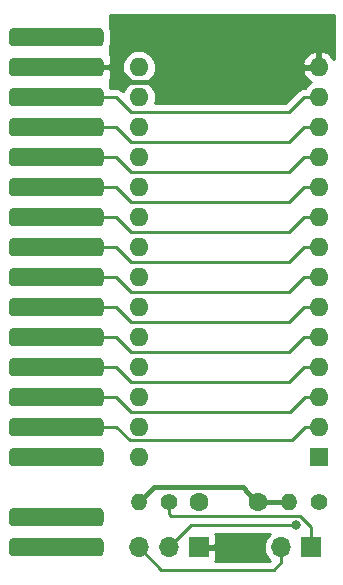
<source format=gbl>
G04 #@! TF.GenerationSoftware,KiCad,Pcbnew,(5.1.2-1)-1*
G04 #@! TF.CreationDate,2022-05-30T01:02:16+02:00*
G04 #@! TF.ProjectId,cart28p,63617274-3238-4702-9e6b-696361645f70,rev?*
G04 #@! TF.SameCoordinates,Original*
G04 #@! TF.FileFunction,Copper,L2,Bot*
G04 #@! TF.FilePolarity,Positive*
%FSLAX46Y46*%
G04 Gerber Fmt 4.6, Leading zero omitted, Abs format (unit mm)*
G04 Created by KiCad (PCBNEW (5.1.2-1)-1) date 2022-05-30 01:02:16*
%MOMM*%
%LPD*%
G04 APERTURE LIST*
%ADD10C,0.150000*%
%ADD11C,1.524000*%
%ADD12R,1.600000X1.600000*%
%ADD13O,1.600000X1.600000*%
%ADD14C,1.600000*%
%ADD15O,1.400000X1.400000*%
%ADD16C,1.400000*%
%ADD17O,1.700000X1.700000*%
%ADD18R,1.700000X1.700000*%
%ADD19C,0.800000*%
%ADD20C,0.400000*%
%ADD21C,0.250000*%
%ADD22C,0.254000*%
G04 APERTURE END LIST*
D10*
G36*
X63346345Y-29719835D02*
G01*
X63383329Y-29725321D01*
X63419598Y-29734406D01*
X63454802Y-29747002D01*
X63488602Y-29762988D01*
X63520672Y-29782210D01*
X63550704Y-29804483D01*
X63578408Y-29829592D01*
X63603517Y-29857296D01*
X63625790Y-29887328D01*
X63645012Y-29919398D01*
X63660998Y-29953198D01*
X63673594Y-29988402D01*
X63682679Y-30024671D01*
X63688165Y-30061655D01*
X63690000Y-30099000D01*
X63690000Y-30861000D01*
X63688165Y-30898345D01*
X63682679Y-30935329D01*
X63673594Y-30971598D01*
X63660998Y-31006802D01*
X63645012Y-31040602D01*
X63625790Y-31072672D01*
X63603517Y-31102704D01*
X63578408Y-31130408D01*
X63550704Y-31155517D01*
X63520672Y-31177790D01*
X63488602Y-31197012D01*
X63454802Y-31212998D01*
X63419598Y-31225594D01*
X63383329Y-31234679D01*
X63346345Y-31240165D01*
X63309000Y-31242000D01*
X56071000Y-31242000D01*
X56033655Y-31240165D01*
X55996671Y-31234679D01*
X55960402Y-31225594D01*
X55925198Y-31212998D01*
X55891398Y-31197012D01*
X55859328Y-31177790D01*
X55829296Y-31155517D01*
X55801592Y-31130408D01*
X55776483Y-31102704D01*
X55754210Y-31072672D01*
X55734988Y-31040602D01*
X55719002Y-31006802D01*
X55706406Y-30971598D01*
X55697321Y-30935329D01*
X55691835Y-30898345D01*
X55690000Y-30861000D01*
X55690000Y-30099000D01*
X55691835Y-30061655D01*
X55697321Y-30024671D01*
X55706406Y-29988402D01*
X55719002Y-29953198D01*
X55734988Y-29919398D01*
X55754210Y-29887328D01*
X55776483Y-29857296D01*
X55801592Y-29829592D01*
X55829296Y-29804483D01*
X55859328Y-29782210D01*
X55891398Y-29762988D01*
X55925198Y-29747002D01*
X55960402Y-29734406D01*
X55996671Y-29725321D01*
X56033655Y-29719835D01*
X56071000Y-29718000D01*
X63309000Y-29718000D01*
X63346345Y-29719835D01*
X63346345Y-29719835D01*
G37*
D11*
X59690000Y-30480000D03*
D10*
G36*
X63346345Y-32259835D02*
G01*
X63383329Y-32265321D01*
X63419598Y-32274406D01*
X63454802Y-32287002D01*
X63488602Y-32302988D01*
X63520672Y-32322210D01*
X63550704Y-32344483D01*
X63578408Y-32369592D01*
X63603517Y-32397296D01*
X63625790Y-32427328D01*
X63645012Y-32459398D01*
X63660998Y-32493198D01*
X63673594Y-32528402D01*
X63682679Y-32564671D01*
X63688165Y-32601655D01*
X63690000Y-32639000D01*
X63690000Y-33401000D01*
X63688165Y-33438345D01*
X63682679Y-33475329D01*
X63673594Y-33511598D01*
X63660998Y-33546802D01*
X63645012Y-33580602D01*
X63625790Y-33612672D01*
X63603517Y-33642704D01*
X63578408Y-33670408D01*
X63550704Y-33695517D01*
X63520672Y-33717790D01*
X63488602Y-33737012D01*
X63454802Y-33752998D01*
X63419598Y-33765594D01*
X63383329Y-33774679D01*
X63346345Y-33780165D01*
X63309000Y-33782000D01*
X56071000Y-33782000D01*
X56033655Y-33780165D01*
X55996671Y-33774679D01*
X55960402Y-33765594D01*
X55925198Y-33752998D01*
X55891398Y-33737012D01*
X55859328Y-33717790D01*
X55829296Y-33695517D01*
X55801592Y-33670408D01*
X55776483Y-33642704D01*
X55754210Y-33612672D01*
X55734988Y-33580602D01*
X55719002Y-33546802D01*
X55706406Y-33511598D01*
X55697321Y-33475329D01*
X55691835Y-33438345D01*
X55690000Y-33401000D01*
X55690000Y-32639000D01*
X55691835Y-32601655D01*
X55697321Y-32564671D01*
X55706406Y-32528402D01*
X55719002Y-32493198D01*
X55734988Y-32459398D01*
X55754210Y-32427328D01*
X55776483Y-32397296D01*
X55801592Y-32369592D01*
X55829296Y-32344483D01*
X55859328Y-32322210D01*
X55891398Y-32302988D01*
X55925198Y-32287002D01*
X55960402Y-32274406D01*
X55996671Y-32265321D01*
X56033655Y-32259835D01*
X56071000Y-32258000D01*
X63309000Y-32258000D01*
X63346345Y-32259835D01*
X63346345Y-32259835D01*
G37*
D11*
X59690000Y-33020000D03*
D10*
G36*
X63346345Y-34799835D02*
G01*
X63383329Y-34805321D01*
X63419598Y-34814406D01*
X63454802Y-34827002D01*
X63488602Y-34842988D01*
X63520672Y-34862210D01*
X63550704Y-34884483D01*
X63578408Y-34909592D01*
X63603517Y-34937296D01*
X63625790Y-34967328D01*
X63645012Y-34999398D01*
X63660998Y-35033198D01*
X63673594Y-35068402D01*
X63682679Y-35104671D01*
X63688165Y-35141655D01*
X63690000Y-35179000D01*
X63690000Y-35941000D01*
X63688165Y-35978345D01*
X63682679Y-36015329D01*
X63673594Y-36051598D01*
X63660998Y-36086802D01*
X63645012Y-36120602D01*
X63625790Y-36152672D01*
X63603517Y-36182704D01*
X63578408Y-36210408D01*
X63550704Y-36235517D01*
X63520672Y-36257790D01*
X63488602Y-36277012D01*
X63454802Y-36292998D01*
X63419598Y-36305594D01*
X63383329Y-36314679D01*
X63346345Y-36320165D01*
X63309000Y-36322000D01*
X56071000Y-36322000D01*
X56033655Y-36320165D01*
X55996671Y-36314679D01*
X55960402Y-36305594D01*
X55925198Y-36292998D01*
X55891398Y-36277012D01*
X55859328Y-36257790D01*
X55829296Y-36235517D01*
X55801592Y-36210408D01*
X55776483Y-36182704D01*
X55754210Y-36152672D01*
X55734988Y-36120602D01*
X55719002Y-36086802D01*
X55706406Y-36051598D01*
X55697321Y-36015329D01*
X55691835Y-35978345D01*
X55690000Y-35941000D01*
X55690000Y-35179000D01*
X55691835Y-35141655D01*
X55697321Y-35104671D01*
X55706406Y-35068402D01*
X55719002Y-35033198D01*
X55734988Y-34999398D01*
X55754210Y-34967328D01*
X55776483Y-34937296D01*
X55801592Y-34909592D01*
X55829296Y-34884483D01*
X55859328Y-34862210D01*
X55891398Y-34842988D01*
X55925198Y-34827002D01*
X55960402Y-34814406D01*
X55996671Y-34805321D01*
X56033655Y-34799835D01*
X56071000Y-34798000D01*
X63309000Y-34798000D01*
X63346345Y-34799835D01*
X63346345Y-34799835D01*
G37*
D11*
X59690000Y-35560000D03*
D10*
G36*
X63346345Y-37339835D02*
G01*
X63383329Y-37345321D01*
X63419598Y-37354406D01*
X63454802Y-37367002D01*
X63488602Y-37382988D01*
X63520672Y-37402210D01*
X63550704Y-37424483D01*
X63578408Y-37449592D01*
X63603517Y-37477296D01*
X63625790Y-37507328D01*
X63645012Y-37539398D01*
X63660998Y-37573198D01*
X63673594Y-37608402D01*
X63682679Y-37644671D01*
X63688165Y-37681655D01*
X63690000Y-37719000D01*
X63690000Y-38481000D01*
X63688165Y-38518345D01*
X63682679Y-38555329D01*
X63673594Y-38591598D01*
X63660998Y-38626802D01*
X63645012Y-38660602D01*
X63625790Y-38692672D01*
X63603517Y-38722704D01*
X63578408Y-38750408D01*
X63550704Y-38775517D01*
X63520672Y-38797790D01*
X63488602Y-38817012D01*
X63454802Y-38832998D01*
X63419598Y-38845594D01*
X63383329Y-38854679D01*
X63346345Y-38860165D01*
X63309000Y-38862000D01*
X56071000Y-38862000D01*
X56033655Y-38860165D01*
X55996671Y-38854679D01*
X55960402Y-38845594D01*
X55925198Y-38832998D01*
X55891398Y-38817012D01*
X55859328Y-38797790D01*
X55829296Y-38775517D01*
X55801592Y-38750408D01*
X55776483Y-38722704D01*
X55754210Y-38692672D01*
X55734988Y-38660602D01*
X55719002Y-38626802D01*
X55706406Y-38591598D01*
X55697321Y-38555329D01*
X55691835Y-38518345D01*
X55690000Y-38481000D01*
X55690000Y-37719000D01*
X55691835Y-37681655D01*
X55697321Y-37644671D01*
X55706406Y-37608402D01*
X55719002Y-37573198D01*
X55734988Y-37539398D01*
X55754210Y-37507328D01*
X55776483Y-37477296D01*
X55801592Y-37449592D01*
X55829296Y-37424483D01*
X55859328Y-37402210D01*
X55891398Y-37382988D01*
X55925198Y-37367002D01*
X55960402Y-37354406D01*
X55996671Y-37345321D01*
X56033655Y-37339835D01*
X56071000Y-37338000D01*
X63309000Y-37338000D01*
X63346345Y-37339835D01*
X63346345Y-37339835D01*
G37*
D11*
X59690000Y-38100000D03*
D10*
G36*
X63346345Y-39879835D02*
G01*
X63383329Y-39885321D01*
X63419598Y-39894406D01*
X63454802Y-39907002D01*
X63488602Y-39922988D01*
X63520672Y-39942210D01*
X63550704Y-39964483D01*
X63578408Y-39989592D01*
X63603517Y-40017296D01*
X63625790Y-40047328D01*
X63645012Y-40079398D01*
X63660998Y-40113198D01*
X63673594Y-40148402D01*
X63682679Y-40184671D01*
X63688165Y-40221655D01*
X63690000Y-40259000D01*
X63690000Y-41021000D01*
X63688165Y-41058345D01*
X63682679Y-41095329D01*
X63673594Y-41131598D01*
X63660998Y-41166802D01*
X63645012Y-41200602D01*
X63625790Y-41232672D01*
X63603517Y-41262704D01*
X63578408Y-41290408D01*
X63550704Y-41315517D01*
X63520672Y-41337790D01*
X63488602Y-41357012D01*
X63454802Y-41372998D01*
X63419598Y-41385594D01*
X63383329Y-41394679D01*
X63346345Y-41400165D01*
X63309000Y-41402000D01*
X56071000Y-41402000D01*
X56033655Y-41400165D01*
X55996671Y-41394679D01*
X55960402Y-41385594D01*
X55925198Y-41372998D01*
X55891398Y-41357012D01*
X55859328Y-41337790D01*
X55829296Y-41315517D01*
X55801592Y-41290408D01*
X55776483Y-41262704D01*
X55754210Y-41232672D01*
X55734988Y-41200602D01*
X55719002Y-41166802D01*
X55706406Y-41131598D01*
X55697321Y-41095329D01*
X55691835Y-41058345D01*
X55690000Y-41021000D01*
X55690000Y-40259000D01*
X55691835Y-40221655D01*
X55697321Y-40184671D01*
X55706406Y-40148402D01*
X55719002Y-40113198D01*
X55734988Y-40079398D01*
X55754210Y-40047328D01*
X55776483Y-40017296D01*
X55801592Y-39989592D01*
X55829296Y-39964483D01*
X55859328Y-39942210D01*
X55891398Y-39922988D01*
X55925198Y-39907002D01*
X55960402Y-39894406D01*
X55996671Y-39885321D01*
X56033655Y-39879835D01*
X56071000Y-39878000D01*
X63309000Y-39878000D01*
X63346345Y-39879835D01*
X63346345Y-39879835D01*
G37*
D11*
X59690000Y-40640000D03*
D10*
G36*
X63346345Y-42419835D02*
G01*
X63383329Y-42425321D01*
X63419598Y-42434406D01*
X63454802Y-42447002D01*
X63488602Y-42462988D01*
X63520672Y-42482210D01*
X63550704Y-42504483D01*
X63578408Y-42529592D01*
X63603517Y-42557296D01*
X63625790Y-42587328D01*
X63645012Y-42619398D01*
X63660998Y-42653198D01*
X63673594Y-42688402D01*
X63682679Y-42724671D01*
X63688165Y-42761655D01*
X63690000Y-42799000D01*
X63690000Y-43561000D01*
X63688165Y-43598345D01*
X63682679Y-43635329D01*
X63673594Y-43671598D01*
X63660998Y-43706802D01*
X63645012Y-43740602D01*
X63625790Y-43772672D01*
X63603517Y-43802704D01*
X63578408Y-43830408D01*
X63550704Y-43855517D01*
X63520672Y-43877790D01*
X63488602Y-43897012D01*
X63454802Y-43912998D01*
X63419598Y-43925594D01*
X63383329Y-43934679D01*
X63346345Y-43940165D01*
X63309000Y-43942000D01*
X56071000Y-43942000D01*
X56033655Y-43940165D01*
X55996671Y-43934679D01*
X55960402Y-43925594D01*
X55925198Y-43912998D01*
X55891398Y-43897012D01*
X55859328Y-43877790D01*
X55829296Y-43855517D01*
X55801592Y-43830408D01*
X55776483Y-43802704D01*
X55754210Y-43772672D01*
X55734988Y-43740602D01*
X55719002Y-43706802D01*
X55706406Y-43671598D01*
X55697321Y-43635329D01*
X55691835Y-43598345D01*
X55690000Y-43561000D01*
X55690000Y-42799000D01*
X55691835Y-42761655D01*
X55697321Y-42724671D01*
X55706406Y-42688402D01*
X55719002Y-42653198D01*
X55734988Y-42619398D01*
X55754210Y-42587328D01*
X55776483Y-42557296D01*
X55801592Y-42529592D01*
X55829296Y-42504483D01*
X55859328Y-42482210D01*
X55891398Y-42462988D01*
X55925198Y-42447002D01*
X55960402Y-42434406D01*
X55996671Y-42425321D01*
X56033655Y-42419835D01*
X56071000Y-42418000D01*
X63309000Y-42418000D01*
X63346345Y-42419835D01*
X63346345Y-42419835D01*
G37*
D11*
X59690000Y-43180000D03*
D10*
G36*
X63346345Y-44959835D02*
G01*
X63383329Y-44965321D01*
X63419598Y-44974406D01*
X63454802Y-44987002D01*
X63488602Y-45002988D01*
X63520672Y-45022210D01*
X63550704Y-45044483D01*
X63578408Y-45069592D01*
X63603517Y-45097296D01*
X63625790Y-45127328D01*
X63645012Y-45159398D01*
X63660998Y-45193198D01*
X63673594Y-45228402D01*
X63682679Y-45264671D01*
X63688165Y-45301655D01*
X63690000Y-45339000D01*
X63690000Y-46101000D01*
X63688165Y-46138345D01*
X63682679Y-46175329D01*
X63673594Y-46211598D01*
X63660998Y-46246802D01*
X63645012Y-46280602D01*
X63625790Y-46312672D01*
X63603517Y-46342704D01*
X63578408Y-46370408D01*
X63550704Y-46395517D01*
X63520672Y-46417790D01*
X63488602Y-46437012D01*
X63454802Y-46452998D01*
X63419598Y-46465594D01*
X63383329Y-46474679D01*
X63346345Y-46480165D01*
X63309000Y-46482000D01*
X56071000Y-46482000D01*
X56033655Y-46480165D01*
X55996671Y-46474679D01*
X55960402Y-46465594D01*
X55925198Y-46452998D01*
X55891398Y-46437012D01*
X55859328Y-46417790D01*
X55829296Y-46395517D01*
X55801592Y-46370408D01*
X55776483Y-46342704D01*
X55754210Y-46312672D01*
X55734988Y-46280602D01*
X55719002Y-46246802D01*
X55706406Y-46211598D01*
X55697321Y-46175329D01*
X55691835Y-46138345D01*
X55690000Y-46101000D01*
X55690000Y-45339000D01*
X55691835Y-45301655D01*
X55697321Y-45264671D01*
X55706406Y-45228402D01*
X55719002Y-45193198D01*
X55734988Y-45159398D01*
X55754210Y-45127328D01*
X55776483Y-45097296D01*
X55801592Y-45069592D01*
X55829296Y-45044483D01*
X55859328Y-45022210D01*
X55891398Y-45002988D01*
X55925198Y-44987002D01*
X55960402Y-44974406D01*
X55996671Y-44965321D01*
X56033655Y-44959835D01*
X56071000Y-44958000D01*
X63309000Y-44958000D01*
X63346345Y-44959835D01*
X63346345Y-44959835D01*
G37*
D11*
X59690000Y-45720000D03*
D10*
G36*
X63346345Y-47499835D02*
G01*
X63383329Y-47505321D01*
X63419598Y-47514406D01*
X63454802Y-47527002D01*
X63488602Y-47542988D01*
X63520672Y-47562210D01*
X63550704Y-47584483D01*
X63578408Y-47609592D01*
X63603517Y-47637296D01*
X63625790Y-47667328D01*
X63645012Y-47699398D01*
X63660998Y-47733198D01*
X63673594Y-47768402D01*
X63682679Y-47804671D01*
X63688165Y-47841655D01*
X63690000Y-47879000D01*
X63690000Y-48641000D01*
X63688165Y-48678345D01*
X63682679Y-48715329D01*
X63673594Y-48751598D01*
X63660998Y-48786802D01*
X63645012Y-48820602D01*
X63625790Y-48852672D01*
X63603517Y-48882704D01*
X63578408Y-48910408D01*
X63550704Y-48935517D01*
X63520672Y-48957790D01*
X63488602Y-48977012D01*
X63454802Y-48992998D01*
X63419598Y-49005594D01*
X63383329Y-49014679D01*
X63346345Y-49020165D01*
X63309000Y-49022000D01*
X56071000Y-49022000D01*
X56033655Y-49020165D01*
X55996671Y-49014679D01*
X55960402Y-49005594D01*
X55925198Y-48992998D01*
X55891398Y-48977012D01*
X55859328Y-48957790D01*
X55829296Y-48935517D01*
X55801592Y-48910408D01*
X55776483Y-48882704D01*
X55754210Y-48852672D01*
X55734988Y-48820602D01*
X55719002Y-48786802D01*
X55706406Y-48751598D01*
X55697321Y-48715329D01*
X55691835Y-48678345D01*
X55690000Y-48641000D01*
X55690000Y-47879000D01*
X55691835Y-47841655D01*
X55697321Y-47804671D01*
X55706406Y-47768402D01*
X55719002Y-47733198D01*
X55734988Y-47699398D01*
X55754210Y-47667328D01*
X55776483Y-47637296D01*
X55801592Y-47609592D01*
X55829296Y-47584483D01*
X55859328Y-47562210D01*
X55891398Y-47542988D01*
X55925198Y-47527002D01*
X55960402Y-47514406D01*
X55996671Y-47505321D01*
X56033655Y-47499835D01*
X56071000Y-47498000D01*
X63309000Y-47498000D01*
X63346345Y-47499835D01*
X63346345Y-47499835D01*
G37*
D11*
X59690000Y-48260000D03*
D10*
G36*
X63346345Y-50039835D02*
G01*
X63383329Y-50045321D01*
X63419598Y-50054406D01*
X63454802Y-50067002D01*
X63488602Y-50082988D01*
X63520672Y-50102210D01*
X63550704Y-50124483D01*
X63578408Y-50149592D01*
X63603517Y-50177296D01*
X63625790Y-50207328D01*
X63645012Y-50239398D01*
X63660998Y-50273198D01*
X63673594Y-50308402D01*
X63682679Y-50344671D01*
X63688165Y-50381655D01*
X63690000Y-50419000D01*
X63690000Y-51181000D01*
X63688165Y-51218345D01*
X63682679Y-51255329D01*
X63673594Y-51291598D01*
X63660998Y-51326802D01*
X63645012Y-51360602D01*
X63625790Y-51392672D01*
X63603517Y-51422704D01*
X63578408Y-51450408D01*
X63550704Y-51475517D01*
X63520672Y-51497790D01*
X63488602Y-51517012D01*
X63454802Y-51532998D01*
X63419598Y-51545594D01*
X63383329Y-51554679D01*
X63346345Y-51560165D01*
X63309000Y-51562000D01*
X56071000Y-51562000D01*
X56033655Y-51560165D01*
X55996671Y-51554679D01*
X55960402Y-51545594D01*
X55925198Y-51532998D01*
X55891398Y-51517012D01*
X55859328Y-51497790D01*
X55829296Y-51475517D01*
X55801592Y-51450408D01*
X55776483Y-51422704D01*
X55754210Y-51392672D01*
X55734988Y-51360602D01*
X55719002Y-51326802D01*
X55706406Y-51291598D01*
X55697321Y-51255329D01*
X55691835Y-51218345D01*
X55690000Y-51181000D01*
X55690000Y-50419000D01*
X55691835Y-50381655D01*
X55697321Y-50344671D01*
X55706406Y-50308402D01*
X55719002Y-50273198D01*
X55734988Y-50239398D01*
X55754210Y-50207328D01*
X55776483Y-50177296D01*
X55801592Y-50149592D01*
X55829296Y-50124483D01*
X55859328Y-50102210D01*
X55891398Y-50082988D01*
X55925198Y-50067002D01*
X55960402Y-50054406D01*
X55996671Y-50045321D01*
X56033655Y-50039835D01*
X56071000Y-50038000D01*
X63309000Y-50038000D01*
X63346345Y-50039835D01*
X63346345Y-50039835D01*
G37*
D11*
X59690000Y-50800000D03*
D10*
G36*
X63346345Y-52579835D02*
G01*
X63383329Y-52585321D01*
X63419598Y-52594406D01*
X63454802Y-52607002D01*
X63488602Y-52622988D01*
X63520672Y-52642210D01*
X63550704Y-52664483D01*
X63578408Y-52689592D01*
X63603517Y-52717296D01*
X63625790Y-52747328D01*
X63645012Y-52779398D01*
X63660998Y-52813198D01*
X63673594Y-52848402D01*
X63682679Y-52884671D01*
X63688165Y-52921655D01*
X63690000Y-52959000D01*
X63690000Y-53721000D01*
X63688165Y-53758345D01*
X63682679Y-53795329D01*
X63673594Y-53831598D01*
X63660998Y-53866802D01*
X63645012Y-53900602D01*
X63625790Y-53932672D01*
X63603517Y-53962704D01*
X63578408Y-53990408D01*
X63550704Y-54015517D01*
X63520672Y-54037790D01*
X63488602Y-54057012D01*
X63454802Y-54072998D01*
X63419598Y-54085594D01*
X63383329Y-54094679D01*
X63346345Y-54100165D01*
X63309000Y-54102000D01*
X56071000Y-54102000D01*
X56033655Y-54100165D01*
X55996671Y-54094679D01*
X55960402Y-54085594D01*
X55925198Y-54072998D01*
X55891398Y-54057012D01*
X55859328Y-54037790D01*
X55829296Y-54015517D01*
X55801592Y-53990408D01*
X55776483Y-53962704D01*
X55754210Y-53932672D01*
X55734988Y-53900602D01*
X55719002Y-53866802D01*
X55706406Y-53831598D01*
X55697321Y-53795329D01*
X55691835Y-53758345D01*
X55690000Y-53721000D01*
X55690000Y-52959000D01*
X55691835Y-52921655D01*
X55697321Y-52884671D01*
X55706406Y-52848402D01*
X55719002Y-52813198D01*
X55734988Y-52779398D01*
X55754210Y-52747328D01*
X55776483Y-52717296D01*
X55801592Y-52689592D01*
X55829296Y-52664483D01*
X55859328Y-52642210D01*
X55891398Y-52622988D01*
X55925198Y-52607002D01*
X55960402Y-52594406D01*
X55996671Y-52585321D01*
X56033655Y-52579835D01*
X56071000Y-52578000D01*
X63309000Y-52578000D01*
X63346345Y-52579835D01*
X63346345Y-52579835D01*
G37*
D11*
X59690000Y-53340000D03*
D10*
G36*
X63346345Y-55119835D02*
G01*
X63383329Y-55125321D01*
X63419598Y-55134406D01*
X63454802Y-55147002D01*
X63488602Y-55162988D01*
X63520672Y-55182210D01*
X63550704Y-55204483D01*
X63578408Y-55229592D01*
X63603517Y-55257296D01*
X63625790Y-55287328D01*
X63645012Y-55319398D01*
X63660998Y-55353198D01*
X63673594Y-55388402D01*
X63682679Y-55424671D01*
X63688165Y-55461655D01*
X63690000Y-55499000D01*
X63690000Y-56261000D01*
X63688165Y-56298345D01*
X63682679Y-56335329D01*
X63673594Y-56371598D01*
X63660998Y-56406802D01*
X63645012Y-56440602D01*
X63625790Y-56472672D01*
X63603517Y-56502704D01*
X63578408Y-56530408D01*
X63550704Y-56555517D01*
X63520672Y-56577790D01*
X63488602Y-56597012D01*
X63454802Y-56612998D01*
X63419598Y-56625594D01*
X63383329Y-56634679D01*
X63346345Y-56640165D01*
X63309000Y-56642000D01*
X56071000Y-56642000D01*
X56033655Y-56640165D01*
X55996671Y-56634679D01*
X55960402Y-56625594D01*
X55925198Y-56612998D01*
X55891398Y-56597012D01*
X55859328Y-56577790D01*
X55829296Y-56555517D01*
X55801592Y-56530408D01*
X55776483Y-56502704D01*
X55754210Y-56472672D01*
X55734988Y-56440602D01*
X55719002Y-56406802D01*
X55706406Y-56371598D01*
X55697321Y-56335329D01*
X55691835Y-56298345D01*
X55690000Y-56261000D01*
X55690000Y-55499000D01*
X55691835Y-55461655D01*
X55697321Y-55424671D01*
X55706406Y-55388402D01*
X55719002Y-55353198D01*
X55734988Y-55319398D01*
X55754210Y-55287328D01*
X55776483Y-55257296D01*
X55801592Y-55229592D01*
X55829296Y-55204483D01*
X55859328Y-55182210D01*
X55891398Y-55162988D01*
X55925198Y-55147002D01*
X55960402Y-55134406D01*
X55996671Y-55125321D01*
X56033655Y-55119835D01*
X56071000Y-55118000D01*
X63309000Y-55118000D01*
X63346345Y-55119835D01*
X63346345Y-55119835D01*
G37*
D11*
X59690000Y-55880000D03*
D10*
G36*
X63346345Y-57659835D02*
G01*
X63383329Y-57665321D01*
X63419598Y-57674406D01*
X63454802Y-57687002D01*
X63488602Y-57702988D01*
X63520672Y-57722210D01*
X63550704Y-57744483D01*
X63578408Y-57769592D01*
X63603517Y-57797296D01*
X63625790Y-57827328D01*
X63645012Y-57859398D01*
X63660998Y-57893198D01*
X63673594Y-57928402D01*
X63682679Y-57964671D01*
X63688165Y-58001655D01*
X63690000Y-58039000D01*
X63690000Y-58801000D01*
X63688165Y-58838345D01*
X63682679Y-58875329D01*
X63673594Y-58911598D01*
X63660998Y-58946802D01*
X63645012Y-58980602D01*
X63625790Y-59012672D01*
X63603517Y-59042704D01*
X63578408Y-59070408D01*
X63550704Y-59095517D01*
X63520672Y-59117790D01*
X63488602Y-59137012D01*
X63454802Y-59152998D01*
X63419598Y-59165594D01*
X63383329Y-59174679D01*
X63346345Y-59180165D01*
X63309000Y-59182000D01*
X56071000Y-59182000D01*
X56033655Y-59180165D01*
X55996671Y-59174679D01*
X55960402Y-59165594D01*
X55925198Y-59152998D01*
X55891398Y-59137012D01*
X55859328Y-59117790D01*
X55829296Y-59095517D01*
X55801592Y-59070408D01*
X55776483Y-59042704D01*
X55754210Y-59012672D01*
X55734988Y-58980602D01*
X55719002Y-58946802D01*
X55706406Y-58911598D01*
X55697321Y-58875329D01*
X55691835Y-58838345D01*
X55690000Y-58801000D01*
X55690000Y-58039000D01*
X55691835Y-58001655D01*
X55697321Y-57964671D01*
X55706406Y-57928402D01*
X55719002Y-57893198D01*
X55734988Y-57859398D01*
X55754210Y-57827328D01*
X55776483Y-57797296D01*
X55801592Y-57769592D01*
X55829296Y-57744483D01*
X55859328Y-57722210D01*
X55891398Y-57702988D01*
X55925198Y-57687002D01*
X55960402Y-57674406D01*
X55996671Y-57665321D01*
X56033655Y-57659835D01*
X56071000Y-57658000D01*
X63309000Y-57658000D01*
X63346345Y-57659835D01*
X63346345Y-57659835D01*
G37*
D11*
X59690000Y-58420000D03*
D10*
G36*
X63346345Y-60199835D02*
G01*
X63383329Y-60205321D01*
X63419598Y-60214406D01*
X63454802Y-60227002D01*
X63488602Y-60242988D01*
X63520672Y-60262210D01*
X63550704Y-60284483D01*
X63578408Y-60309592D01*
X63603517Y-60337296D01*
X63625790Y-60367328D01*
X63645012Y-60399398D01*
X63660998Y-60433198D01*
X63673594Y-60468402D01*
X63682679Y-60504671D01*
X63688165Y-60541655D01*
X63690000Y-60579000D01*
X63690000Y-61341000D01*
X63688165Y-61378345D01*
X63682679Y-61415329D01*
X63673594Y-61451598D01*
X63660998Y-61486802D01*
X63645012Y-61520602D01*
X63625790Y-61552672D01*
X63603517Y-61582704D01*
X63578408Y-61610408D01*
X63550704Y-61635517D01*
X63520672Y-61657790D01*
X63488602Y-61677012D01*
X63454802Y-61692998D01*
X63419598Y-61705594D01*
X63383329Y-61714679D01*
X63346345Y-61720165D01*
X63309000Y-61722000D01*
X56071000Y-61722000D01*
X56033655Y-61720165D01*
X55996671Y-61714679D01*
X55960402Y-61705594D01*
X55925198Y-61692998D01*
X55891398Y-61677012D01*
X55859328Y-61657790D01*
X55829296Y-61635517D01*
X55801592Y-61610408D01*
X55776483Y-61582704D01*
X55754210Y-61552672D01*
X55734988Y-61520602D01*
X55719002Y-61486802D01*
X55706406Y-61451598D01*
X55697321Y-61415329D01*
X55691835Y-61378345D01*
X55690000Y-61341000D01*
X55690000Y-60579000D01*
X55691835Y-60541655D01*
X55697321Y-60504671D01*
X55706406Y-60468402D01*
X55719002Y-60433198D01*
X55734988Y-60399398D01*
X55754210Y-60367328D01*
X55776483Y-60337296D01*
X55801592Y-60309592D01*
X55829296Y-60284483D01*
X55859328Y-60262210D01*
X55891398Y-60242988D01*
X55925198Y-60227002D01*
X55960402Y-60214406D01*
X55996671Y-60205321D01*
X56033655Y-60199835D01*
X56071000Y-60198000D01*
X63309000Y-60198000D01*
X63346345Y-60199835D01*
X63346345Y-60199835D01*
G37*
D11*
X59690000Y-60960000D03*
D10*
G36*
X63346345Y-62739835D02*
G01*
X63383329Y-62745321D01*
X63419598Y-62754406D01*
X63454802Y-62767002D01*
X63488602Y-62782988D01*
X63520672Y-62802210D01*
X63550704Y-62824483D01*
X63578408Y-62849592D01*
X63603517Y-62877296D01*
X63625790Y-62907328D01*
X63645012Y-62939398D01*
X63660998Y-62973198D01*
X63673594Y-63008402D01*
X63682679Y-63044671D01*
X63688165Y-63081655D01*
X63690000Y-63119000D01*
X63690000Y-63881000D01*
X63688165Y-63918345D01*
X63682679Y-63955329D01*
X63673594Y-63991598D01*
X63660998Y-64026802D01*
X63645012Y-64060602D01*
X63625790Y-64092672D01*
X63603517Y-64122704D01*
X63578408Y-64150408D01*
X63550704Y-64175517D01*
X63520672Y-64197790D01*
X63488602Y-64217012D01*
X63454802Y-64232998D01*
X63419598Y-64245594D01*
X63383329Y-64254679D01*
X63346345Y-64260165D01*
X63309000Y-64262000D01*
X56071000Y-64262000D01*
X56033655Y-64260165D01*
X55996671Y-64254679D01*
X55960402Y-64245594D01*
X55925198Y-64232998D01*
X55891398Y-64217012D01*
X55859328Y-64197790D01*
X55829296Y-64175517D01*
X55801592Y-64150408D01*
X55776483Y-64122704D01*
X55754210Y-64092672D01*
X55734988Y-64060602D01*
X55719002Y-64026802D01*
X55706406Y-63991598D01*
X55697321Y-63955329D01*
X55691835Y-63918345D01*
X55690000Y-63881000D01*
X55690000Y-63119000D01*
X55691835Y-63081655D01*
X55697321Y-63044671D01*
X55706406Y-63008402D01*
X55719002Y-62973198D01*
X55734988Y-62939398D01*
X55754210Y-62907328D01*
X55776483Y-62877296D01*
X55801592Y-62849592D01*
X55829296Y-62824483D01*
X55859328Y-62802210D01*
X55891398Y-62782988D01*
X55925198Y-62767002D01*
X55960402Y-62754406D01*
X55996671Y-62745321D01*
X56033655Y-62739835D01*
X56071000Y-62738000D01*
X63309000Y-62738000D01*
X63346345Y-62739835D01*
X63346345Y-62739835D01*
G37*
D11*
X59690000Y-63500000D03*
D10*
G36*
X63346345Y-65279835D02*
G01*
X63383329Y-65285321D01*
X63419598Y-65294406D01*
X63454802Y-65307002D01*
X63488602Y-65322988D01*
X63520672Y-65342210D01*
X63550704Y-65364483D01*
X63578408Y-65389592D01*
X63603517Y-65417296D01*
X63625790Y-65447328D01*
X63645012Y-65479398D01*
X63660998Y-65513198D01*
X63673594Y-65548402D01*
X63682679Y-65584671D01*
X63688165Y-65621655D01*
X63690000Y-65659000D01*
X63690000Y-66421000D01*
X63688165Y-66458345D01*
X63682679Y-66495329D01*
X63673594Y-66531598D01*
X63660998Y-66566802D01*
X63645012Y-66600602D01*
X63625790Y-66632672D01*
X63603517Y-66662704D01*
X63578408Y-66690408D01*
X63550704Y-66715517D01*
X63520672Y-66737790D01*
X63488602Y-66757012D01*
X63454802Y-66772998D01*
X63419598Y-66785594D01*
X63383329Y-66794679D01*
X63346345Y-66800165D01*
X63309000Y-66802000D01*
X56071000Y-66802000D01*
X56033655Y-66800165D01*
X55996671Y-66794679D01*
X55960402Y-66785594D01*
X55925198Y-66772998D01*
X55891398Y-66757012D01*
X55859328Y-66737790D01*
X55829296Y-66715517D01*
X55801592Y-66690408D01*
X55776483Y-66662704D01*
X55754210Y-66632672D01*
X55734988Y-66600602D01*
X55719002Y-66566802D01*
X55706406Y-66531598D01*
X55697321Y-66495329D01*
X55691835Y-66458345D01*
X55690000Y-66421000D01*
X55690000Y-65659000D01*
X55691835Y-65621655D01*
X55697321Y-65584671D01*
X55706406Y-65548402D01*
X55719002Y-65513198D01*
X55734988Y-65479398D01*
X55754210Y-65447328D01*
X55776483Y-65417296D01*
X55801592Y-65389592D01*
X55829296Y-65364483D01*
X55859328Y-65342210D01*
X55891398Y-65322988D01*
X55925198Y-65307002D01*
X55960402Y-65294406D01*
X55996671Y-65285321D01*
X56033655Y-65279835D01*
X56071000Y-65278000D01*
X63309000Y-65278000D01*
X63346345Y-65279835D01*
X63346345Y-65279835D01*
G37*
D11*
X59690000Y-66040000D03*
D10*
G36*
X63346345Y-70359835D02*
G01*
X63383329Y-70365321D01*
X63419598Y-70374406D01*
X63454802Y-70387002D01*
X63488602Y-70402988D01*
X63520672Y-70422210D01*
X63550704Y-70444483D01*
X63578408Y-70469592D01*
X63603517Y-70497296D01*
X63625790Y-70527328D01*
X63645012Y-70559398D01*
X63660998Y-70593198D01*
X63673594Y-70628402D01*
X63682679Y-70664671D01*
X63688165Y-70701655D01*
X63690000Y-70739000D01*
X63690000Y-71501000D01*
X63688165Y-71538345D01*
X63682679Y-71575329D01*
X63673594Y-71611598D01*
X63660998Y-71646802D01*
X63645012Y-71680602D01*
X63625790Y-71712672D01*
X63603517Y-71742704D01*
X63578408Y-71770408D01*
X63550704Y-71795517D01*
X63520672Y-71817790D01*
X63488602Y-71837012D01*
X63454802Y-71852998D01*
X63419598Y-71865594D01*
X63383329Y-71874679D01*
X63346345Y-71880165D01*
X63309000Y-71882000D01*
X56071000Y-71882000D01*
X56033655Y-71880165D01*
X55996671Y-71874679D01*
X55960402Y-71865594D01*
X55925198Y-71852998D01*
X55891398Y-71837012D01*
X55859328Y-71817790D01*
X55829296Y-71795517D01*
X55801592Y-71770408D01*
X55776483Y-71742704D01*
X55754210Y-71712672D01*
X55734988Y-71680602D01*
X55719002Y-71646802D01*
X55706406Y-71611598D01*
X55697321Y-71575329D01*
X55691835Y-71538345D01*
X55690000Y-71501000D01*
X55690000Y-70739000D01*
X55691835Y-70701655D01*
X55697321Y-70664671D01*
X55706406Y-70628402D01*
X55719002Y-70593198D01*
X55734988Y-70559398D01*
X55754210Y-70527328D01*
X55776483Y-70497296D01*
X55801592Y-70469592D01*
X55829296Y-70444483D01*
X55859328Y-70422210D01*
X55891398Y-70402988D01*
X55925198Y-70387002D01*
X55960402Y-70374406D01*
X55996671Y-70365321D01*
X56033655Y-70359835D01*
X56071000Y-70358000D01*
X63309000Y-70358000D01*
X63346345Y-70359835D01*
X63346345Y-70359835D01*
G37*
D11*
X59690000Y-71120000D03*
D10*
G36*
X63346345Y-72899835D02*
G01*
X63383329Y-72905321D01*
X63419598Y-72914406D01*
X63454802Y-72927002D01*
X63488602Y-72942988D01*
X63520672Y-72962210D01*
X63550704Y-72984483D01*
X63578408Y-73009592D01*
X63603517Y-73037296D01*
X63625790Y-73067328D01*
X63645012Y-73099398D01*
X63660998Y-73133198D01*
X63673594Y-73168402D01*
X63682679Y-73204671D01*
X63688165Y-73241655D01*
X63690000Y-73279000D01*
X63690000Y-74041000D01*
X63688165Y-74078345D01*
X63682679Y-74115329D01*
X63673594Y-74151598D01*
X63660998Y-74186802D01*
X63645012Y-74220602D01*
X63625790Y-74252672D01*
X63603517Y-74282704D01*
X63578408Y-74310408D01*
X63550704Y-74335517D01*
X63520672Y-74357790D01*
X63488602Y-74377012D01*
X63454802Y-74392998D01*
X63419598Y-74405594D01*
X63383329Y-74414679D01*
X63346345Y-74420165D01*
X63309000Y-74422000D01*
X56071000Y-74422000D01*
X56033655Y-74420165D01*
X55996671Y-74414679D01*
X55960402Y-74405594D01*
X55925198Y-74392998D01*
X55891398Y-74377012D01*
X55859328Y-74357790D01*
X55829296Y-74335517D01*
X55801592Y-74310408D01*
X55776483Y-74282704D01*
X55754210Y-74252672D01*
X55734988Y-74220602D01*
X55719002Y-74186802D01*
X55706406Y-74151598D01*
X55697321Y-74115329D01*
X55691835Y-74078345D01*
X55690000Y-74041000D01*
X55690000Y-73279000D01*
X55691835Y-73241655D01*
X55697321Y-73204671D01*
X55706406Y-73168402D01*
X55719002Y-73133198D01*
X55734988Y-73099398D01*
X55754210Y-73067328D01*
X55776483Y-73037296D01*
X55801592Y-73009592D01*
X55829296Y-72984483D01*
X55859328Y-72962210D01*
X55891398Y-72942988D01*
X55925198Y-72927002D01*
X55960402Y-72914406D01*
X55996671Y-72905321D01*
X56033655Y-72899835D01*
X56071000Y-72898000D01*
X63309000Y-72898000D01*
X63346345Y-72899835D01*
X63346345Y-72899835D01*
G37*
D11*
X59690000Y-73660000D03*
D12*
X81915000Y-66040000D03*
D13*
X66675000Y-33020000D03*
X81915000Y-63500000D03*
X66675000Y-35560000D03*
X81915000Y-60960000D03*
X66675000Y-38100000D03*
X81915000Y-58420000D03*
X66675000Y-40640000D03*
X81915000Y-55880000D03*
X66675000Y-43180000D03*
X81915000Y-53340000D03*
X66675000Y-45720000D03*
X81915000Y-50800000D03*
X66675000Y-48260000D03*
X81915000Y-48260000D03*
X66675000Y-50800000D03*
X81915000Y-45720000D03*
X66675000Y-53340000D03*
X81915000Y-43180000D03*
X66675000Y-55880000D03*
X81915000Y-40640000D03*
X66675000Y-58420000D03*
X81915000Y-38100000D03*
X66675000Y-60960000D03*
X81915000Y-35560000D03*
X66675000Y-63500000D03*
X81915000Y-33020000D03*
X66675000Y-66040000D03*
D14*
X76755000Y-69850000D03*
X71755000Y-69850000D03*
D15*
X79375000Y-69850000D03*
D16*
X81915000Y-69850000D03*
D15*
X66675000Y-69850000D03*
D16*
X69215000Y-69850000D03*
D17*
X66675000Y-73660000D03*
X69215000Y-73660000D03*
D18*
X71755000Y-73660000D03*
D17*
X78740000Y-73660000D03*
D18*
X81280000Y-73660000D03*
D19*
X80010000Y-71755000D03*
D20*
X81915000Y-33020000D02*
X80645000Y-33020000D01*
X80645000Y-33020000D02*
X79375000Y-34290000D01*
X79375000Y-34290000D02*
X66040000Y-34290000D01*
X66040000Y-34290000D02*
X64770000Y-33020000D01*
X64770000Y-33020000D02*
X59690000Y-33020000D01*
D21*
X81915000Y-35560000D02*
X80645000Y-35560000D01*
X80645000Y-35560000D02*
X79375000Y-36830000D01*
X79375000Y-36830000D02*
X66040000Y-36830000D01*
X66040000Y-36830000D02*
X64770000Y-35560000D01*
X64770000Y-35560000D02*
X59690000Y-35560000D01*
X81915000Y-38100000D02*
X80645000Y-38100000D01*
X80645000Y-38100000D02*
X79375000Y-39370000D01*
X79375000Y-39370000D02*
X66040000Y-39370000D01*
X66040000Y-39370000D02*
X64770000Y-38100000D01*
X64770000Y-38100000D02*
X59690000Y-38100000D01*
X81915000Y-40640000D02*
X80645000Y-40640000D01*
X80645000Y-40640000D02*
X79375000Y-41910000D01*
X79375000Y-41910000D02*
X66040000Y-41910000D01*
X66040000Y-41910000D02*
X64770000Y-40640000D01*
X64770000Y-40640000D02*
X59690000Y-40640000D01*
X81915000Y-43180000D02*
X80645000Y-43180000D01*
X80645000Y-43180000D02*
X79375000Y-44450000D01*
X79375000Y-44450000D02*
X66040000Y-44450000D01*
X66040000Y-44450000D02*
X64770000Y-43180000D01*
X64770000Y-43180000D02*
X59690000Y-43180000D01*
X81915000Y-45720000D02*
X80645000Y-45720000D01*
X80645000Y-45720000D02*
X79375000Y-46990000D01*
X79375000Y-46990000D02*
X66040000Y-46990000D01*
X66040000Y-46990000D02*
X64770000Y-45720000D01*
X64770000Y-45720000D02*
X59690000Y-45720000D01*
X81915000Y-48260000D02*
X80645000Y-48260000D01*
X80645000Y-48260000D02*
X79375000Y-49530000D01*
X79375000Y-49530000D02*
X66040000Y-49530000D01*
X66040000Y-49530000D02*
X64770000Y-48260000D01*
X64770000Y-48260000D02*
X59690000Y-48260000D01*
X81915000Y-50800000D02*
X80645000Y-50800000D01*
X80645000Y-50800000D02*
X79375000Y-52070000D01*
X79375000Y-52070000D02*
X66040000Y-52070000D01*
X66040000Y-52070000D02*
X64770000Y-50800000D01*
X64770000Y-50800000D02*
X59690000Y-50800000D01*
X66040000Y-54610000D02*
X64770000Y-53340000D01*
X80645000Y-53340000D02*
X79375000Y-54610000D01*
X64770000Y-53340000D02*
X59690000Y-53340000D01*
X79375000Y-54610000D02*
X66040000Y-54610000D01*
X81915000Y-53340000D02*
X80645000Y-53340000D01*
X81915000Y-55880000D02*
X80645000Y-55880000D01*
X80645000Y-55880000D02*
X79375000Y-57150000D01*
X79375000Y-57150000D02*
X66040000Y-57150000D01*
X66040000Y-57150000D02*
X64770000Y-55880000D01*
X64770000Y-55880000D02*
X59690000Y-55880000D01*
X81915000Y-58420000D02*
X80645000Y-58420000D01*
X80645000Y-58420000D02*
X79375000Y-59690000D01*
X79375000Y-59690000D02*
X66040000Y-59690000D01*
X66040000Y-59690000D02*
X64770000Y-58420000D01*
X64770000Y-58420000D02*
X59690000Y-58420000D01*
X80783630Y-60960000D02*
X79513630Y-62230000D01*
X81915000Y-60960000D02*
X80783630Y-60960000D01*
X79513630Y-62230000D02*
X66040000Y-62230000D01*
X66040000Y-62230000D02*
X64770000Y-60960000D01*
X64770000Y-60960000D02*
X59690000Y-60960000D01*
X79658629Y-64625001D02*
X65895001Y-64625001D01*
X80783630Y-63500000D02*
X79658629Y-64625001D01*
X81915000Y-63500000D02*
X80783630Y-63500000D01*
X65895001Y-64625001D02*
X64770000Y-63500000D01*
X64770000Y-63500000D02*
X59690000Y-63500000D01*
X81280000Y-72560000D02*
X81280000Y-73660000D01*
X81280000Y-71951998D02*
X81280000Y-72560000D01*
X69405050Y-71029999D02*
X80358001Y-71029999D01*
X80358001Y-71029999D02*
X81280000Y-71951998D01*
X69215000Y-70839949D02*
X69405050Y-71029999D01*
X69215000Y-69850000D02*
X69215000Y-70839949D01*
D20*
X75955001Y-69050001D02*
X76755000Y-69850000D01*
X75504999Y-68599999D02*
X75955001Y-69050001D01*
X67925001Y-68599999D02*
X75504999Y-68599999D01*
X66675000Y-69850000D02*
X67925001Y-68599999D01*
X76755000Y-69850000D02*
X79375000Y-69850000D01*
D21*
X71120000Y-71755000D02*
X80010000Y-71755000D01*
X69215000Y-73660000D02*
X71120000Y-71755000D01*
X68580000Y-75565000D02*
X66675000Y-73660000D01*
X68580000Y-75565000D02*
X78105000Y-75565000D01*
X78105000Y-75565000D02*
X78740000Y-74930000D01*
X78740000Y-74930000D02*
X78740000Y-73660000D01*
D22*
G36*
X77684866Y-72604866D02*
G01*
X77499294Y-72830986D01*
X77361401Y-73088966D01*
X77276487Y-73368889D01*
X77247815Y-73660000D01*
X77276487Y-73951111D01*
X77361401Y-74231034D01*
X77499294Y-74489014D01*
X77684866Y-74715134D01*
X77792078Y-74803121D01*
X77790199Y-74805000D01*
X73167338Y-74805000D01*
X73194502Y-74754180D01*
X73230812Y-74634482D01*
X73243072Y-74510000D01*
X73240000Y-73945750D01*
X73081250Y-73787000D01*
X71882000Y-73787000D01*
X71882000Y-73807000D01*
X71628000Y-73807000D01*
X71628000Y-73787000D01*
X71608000Y-73787000D01*
X71608000Y-73533000D01*
X71628000Y-73533000D01*
X71628000Y-73513000D01*
X71882000Y-73513000D01*
X71882000Y-73533000D01*
X73081250Y-73533000D01*
X73240000Y-73374250D01*
X73243072Y-72810000D01*
X73230812Y-72685518D01*
X73194502Y-72565820D01*
X73167338Y-72515000D01*
X77794368Y-72515000D01*
X77684866Y-72604866D01*
X77684866Y-72604866D01*
G37*
X77684866Y-72604866D02*
X77499294Y-72830986D01*
X77361401Y-73088966D01*
X77276487Y-73368889D01*
X77247815Y-73660000D01*
X77276487Y-73951111D01*
X77361401Y-74231034D01*
X77499294Y-74489014D01*
X77684866Y-74715134D01*
X77792078Y-74803121D01*
X77790199Y-74805000D01*
X73167338Y-74805000D01*
X73194502Y-74754180D01*
X73230812Y-74634482D01*
X73243072Y-74510000D01*
X73240000Y-73945750D01*
X73081250Y-73787000D01*
X71882000Y-73787000D01*
X71882000Y-73807000D01*
X71628000Y-73807000D01*
X71628000Y-73787000D01*
X71608000Y-73787000D01*
X71608000Y-73533000D01*
X71628000Y-73533000D01*
X71628000Y-73513000D01*
X71882000Y-73513000D01*
X71882000Y-73533000D01*
X73081250Y-73533000D01*
X73240000Y-73374250D01*
X73243072Y-72810000D01*
X73230812Y-72685518D01*
X73194502Y-72565820D01*
X73167338Y-72515000D01*
X77794368Y-72515000D01*
X77684866Y-72604866D01*
G36*
X71948748Y-69835858D02*
G01*
X71934605Y-69850000D01*
X71948748Y-69864143D01*
X71769143Y-70043748D01*
X71755000Y-70029605D01*
X71740858Y-70043748D01*
X71561253Y-69864143D01*
X71575395Y-69850000D01*
X71561253Y-69835858D01*
X71740858Y-69656253D01*
X71755000Y-69670395D01*
X71769143Y-69656253D01*
X71948748Y-69835858D01*
X71948748Y-69835858D01*
G37*
X71948748Y-69835858D02*
X71934605Y-69850000D01*
X71948748Y-69864143D01*
X71769143Y-70043748D01*
X71755000Y-70029605D01*
X71740858Y-70043748D01*
X71561253Y-69864143D01*
X71575395Y-69850000D01*
X71561253Y-69835858D01*
X71740858Y-69656253D01*
X71755000Y-69670395D01*
X71769143Y-69656253D01*
X71948748Y-69835858D01*
G36*
X83159513Y-28600666D02*
G01*
X83160001Y-28605310D01*
X83160001Y-32312124D01*
X83146037Y-32282580D01*
X82978519Y-32056586D01*
X82770131Y-31867615D01*
X82528881Y-31722930D01*
X82264040Y-31628091D01*
X82042000Y-31749376D01*
X82042000Y-32893000D01*
X82062000Y-32893000D01*
X82062000Y-33147000D01*
X82042000Y-33147000D01*
X82042000Y-33167000D01*
X81788000Y-33167000D01*
X81788000Y-33147000D01*
X80645085Y-33147000D01*
X80523096Y-33369039D01*
X80563754Y-33503087D01*
X80683963Y-33757420D01*
X80851481Y-33983414D01*
X81059869Y-34172385D01*
X81251682Y-34287421D01*
X81113899Y-34361068D01*
X80895392Y-34540392D01*
X80716068Y-34758899D01*
X80694099Y-34800000D01*
X80682322Y-34800000D01*
X80644999Y-34796324D01*
X80607676Y-34800000D01*
X80607667Y-34800000D01*
X80496014Y-34810997D01*
X80352753Y-34854454D01*
X80220724Y-34925026D01*
X80104999Y-35019999D01*
X80081201Y-35048997D01*
X79060199Y-36070000D01*
X68019864Y-36070000D01*
X68089236Y-35841309D01*
X68116943Y-35560000D01*
X68089236Y-35278691D01*
X68007182Y-35008192D01*
X67873932Y-34758899D01*
X67694608Y-34540392D01*
X67476101Y-34361068D01*
X67343142Y-34290000D01*
X67476101Y-34218932D01*
X67694608Y-34039608D01*
X67873932Y-33821101D01*
X68007182Y-33571808D01*
X68089236Y-33301309D01*
X68116943Y-33020000D01*
X68089236Y-32738691D01*
X68068691Y-32670961D01*
X80523096Y-32670961D01*
X80645085Y-32893000D01*
X81788000Y-32893000D01*
X81788000Y-31749376D01*
X81565960Y-31628091D01*
X81301119Y-31722930D01*
X81059869Y-31867615D01*
X80851481Y-32056586D01*
X80683963Y-32282580D01*
X80563754Y-32536913D01*
X80523096Y-32670961D01*
X68068691Y-32670961D01*
X68007182Y-32468192D01*
X67873932Y-32218899D01*
X67694608Y-32000392D01*
X67476101Y-31821068D01*
X67226808Y-31687818D01*
X66956309Y-31605764D01*
X66745492Y-31585000D01*
X66604508Y-31585000D01*
X66393691Y-31605764D01*
X66123192Y-31687818D01*
X65873899Y-31821068D01*
X65655392Y-32000392D01*
X65476068Y-32218899D01*
X65342818Y-32468192D01*
X65260764Y-32738691D01*
X65233057Y-33020000D01*
X65260764Y-33301309D01*
X65342818Y-33571808D01*
X65476068Y-33821101D01*
X65655392Y-34039608D01*
X65873899Y-34218932D01*
X66006858Y-34290000D01*
X65873899Y-34361068D01*
X65655392Y-34540392D01*
X65476068Y-34758899D01*
X65342818Y-35008192D01*
X65331347Y-35046009D01*
X65310001Y-35019999D01*
X65194276Y-34925026D01*
X65062247Y-34854454D01*
X64918986Y-34810997D01*
X64807333Y-34800000D01*
X64807322Y-34800000D01*
X64770000Y-34796324D01*
X64732678Y-34800000D01*
X64262000Y-34800000D01*
X64262000Y-34058923D01*
X64279502Y-34026180D01*
X64315812Y-33906482D01*
X64328072Y-33782000D01*
X64325000Y-33305750D01*
X64262000Y-33242750D01*
X64262000Y-32797250D01*
X64325000Y-32734250D01*
X64328072Y-32258000D01*
X64315812Y-32133518D01*
X64279502Y-32013820D01*
X64262000Y-31981077D01*
X64262000Y-31213072D01*
X64308491Y-31059811D01*
X64328072Y-30861000D01*
X64328072Y-30099000D01*
X64308491Y-29900189D01*
X64262000Y-29746928D01*
X64262000Y-28600000D01*
X83152725Y-28600000D01*
X83159513Y-28600666D01*
X83159513Y-28600666D01*
G37*
X83159513Y-28600666D02*
X83160001Y-28605310D01*
X83160001Y-32312124D01*
X83146037Y-32282580D01*
X82978519Y-32056586D01*
X82770131Y-31867615D01*
X82528881Y-31722930D01*
X82264040Y-31628091D01*
X82042000Y-31749376D01*
X82042000Y-32893000D01*
X82062000Y-32893000D01*
X82062000Y-33147000D01*
X82042000Y-33147000D01*
X82042000Y-33167000D01*
X81788000Y-33167000D01*
X81788000Y-33147000D01*
X80645085Y-33147000D01*
X80523096Y-33369039D01*
X80563754Y-33503087D01*
X80683963Y-33757420D01*
X80851481Y-33983414D01*
X81059869Y-34172385D01*
X81251682Y-34287421D01*
X81113899Y-34361068D01*
X80895392Y-34540392D01*
X80716068Y-34758899D01*
X80694099Y-34800000D01*
X80682322Y-34800000D01*
X80644999Y-34796324D01*
X80607676Y-34800000D01*
X80607667Y-34800000D01*
X80496014Y-34810997D01*
X80352753Y-34854454D01*
X80220724Y-34925026D01*
X80104999Y-35019999D01*
X80081201Y-35048997D01*
X79060199Y-36070000D01*
X68019864Y-36070000D01*
X68089236Y-35841309D01*
X68116943Y-35560000D01*
X68089236Y-35278691D01*
X68007182Y-35008192D01*
X67873932Y-34758899D01*
X67694608Y-34540392D01*
X67476101Y-34361068D01*
X67343142Y-34290000D01*
X67476101Y-34218932D01*
X67694608Y-34039608D01*
X67873932Y-33821101D01*
X68007182Y-33571808D01*
X68089236Y-33301309D01*
X68116943Y-33020000D01*
X68089236Y-32738691D01*
X68068691Y-32670961D01*
X80523096Y-32670961D01*
X80645085Y-32893000D01*
X81788000Y-32893000D01*
X81788000Y-31749376D01*
X81565960Y-31628091D01*
X81301119Y-31722930D01*
X81059869Y-31867615D01*
X80851481Y-32056586D01*
X80683963Y-32282580D01*
X80563754Y-32536913D01*
X80523096Y-32670961D01*
X68068691Y-32670961D01*
X68007182Y-32468192D01*
X67873932Y-32218899D01*
X67694608Y-32000392D01*
X67476101Y-31821068D01*
X67226808Y-31687818D01*
X66956309Y-31605764D01*
X66745492Y-31585000D01*
X66604508Y-31585000D01*
X66393691Y-31605764D01*
X66123192Y-31687818D01*
X65873899Y-31821068D01*
X65655392Y-32000392D01*
X65476068Y-32218899D01*
X65342818Y-32468192D01*
X65260764Y-32738691D01*
X65233057Y-33020000D01*
X65260764Y-33301309D01*
X65342818Y-33571808D01*
X65476068Y-33821101D01*
X65655392Y-34039608D01*
X65873899Y-34218932D01*
X66006858Y-34290000D01*
X65873899Y-34361068D01*
X65655392Y-34540392D01*
X65476068Y-34758899D01*
X65342818Y-35008192D01*
X65331347Y-35046009D01*
X65310001Y-35019999D01*
X65194276Y-34925026D01*
X65062247Y-34854454D01*
X64918986Y-34810997D01*
X64807333Y-34800000D01*
X64807322Y-34800000D01*
X64770000Y-34796324D01*
X64732678Y-34800000D01*
X64262000Y-34800000D01*
X64262000Y-34058923D01*
X64279502Y-34026180D01*
X64315812Y-33906482D01*
X64328072Y-33782000D01*
X64325000Y-33305750D01*
X64262000Y-33242750D01*
X64262000Y-32797250D01*
X64325000Y-32734250D01*
X64328072Y-32258000D01*
X64315812Y-32133518D01*
X64279502Y-32013820D01*
X64262000Y-31981077D01*
X64262000Y-31213072D01*
X64308491Y-31059811D01*
X64328072Y-30861000D01*
X64328072Y-30099000D01*
X64308491Y-29900189D01*
X64262000Y-29746928D01*
X64262000Y-28600000D01*
X83152725Y-28600000D01*
X83159513Y-28600666D01*
M02*

</source>
